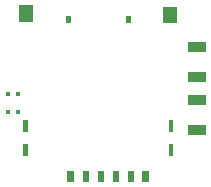
<source format=gbp>
G04 #@! TF.FileFunction,Paste,Bot*
%FSLAX46Y46*%
G04 Gerber Fmt 4.6, Leading zero omitted, Abs format (unit mm)*
G04 Created by KiCad (PCBNEW 4.0.7) date 2018. April 04., Wednesday 12:16:15*
%MOMM*%
%LPD*%
G01*
G04 APERTURE LIST*
%ADD10C,0.150000*%
%ADD11R,1.599184X0.959104*%
G04 APERTURE END LIST*
D10*
D11*
X4599020Y-1016750D03*
X4599020Y1000010D03*
X4599020Y-3516110D03*
X4599020Y3484130D03*
D10*
G36*
X-712724Y-7889748D02*
X-1232916Y-7889748D01*
X-1232916Y-6969252D01*
X-712724Y-6969252D01*
X-712724Y-7889748D01*
X-712724Y-7889748D01*
G37*
G36*
X536956Y-7889748D02*
X16764Y-7889748D01*
X16764Y-6969252D01*
X536956Y-6969252D01*
X536956Y-7889748D01*
X536956Y-7889748D01*
G37*
G36*
X-1987804Y-7889748D02*
X-2507996Y-7889748D01*
X-2507996Y-6969252D01*
X-1987804Y-6969252D01*
X-1987804Y-7889748D01*
X-1987804Y-7889748D01*
G37*
G36*
X-3262884Y-7889748D02*
X-3783076Y-7889748D01*
X-3783076Y-6969252D01*
X-3262884Y-6969252D01*
X-3262884Y-7889748D01*
X-3262884Y-7889748D01*
G37*
G36*
X-4537964Y-7889748D02*
X-5058156Y-7889748D01*
X-5058156Y-6969252D01*
X-4537964Y-6969252D01*
X-4537964Y-7889748D01*
X-4537964Y-7889748D01*
G37*
G36*
X-5813044Y-7889748D02*
X-6333236Y-7889748D01*
X-6333236Y-6969252D01*
X-5813044Y-6969252D01*
X-5813044Y-7889748D01*
X-5813044Y-7889748D01*
G37*
G36*
X2580132Y-5724652D02*
X2220468Y-5724652D01*
X2220468Y-4684268D01*
X2580132Y-4684268D01*
X2580132Y-5724652D01*
X2580132Y-5724652D01*
G37*
G36*
X2580132Y-3723132D02*
X2220468Y-3723132D01*
X2220468Y-2682748D01*
X2580132Y-2682748D01*
X2580132Y-3723132D01*
X2580132Y-3723132D01*
G37*
G36*
X-9718548Y-3723132D02*
X-10078212Y-3723132D01*
X-10078212Y-2682748D01*
X-9718548Y-2682748D01*
X-9718548Y-3723132D01*
X-9718548Y-3723132D01*
G37*
G36*
X-9718548Y-5724652D02*
X-10078212Y-5724652D01*
X-10078212Y-4684268D01*
X-9718548Y-4684268D01*
X-9718548Y-5724652D01*
X-9718548Y-5724652D01*
G37*
G36*
X2911856Y5566156D02*
X1792224Y5566156D01*
X1792224Y6925564D01*
X2911856Y6925564D01*
X2911856Y5566156D01*
X2911856Y5566156D01*
G37*
G36*
X-9287764Y5667756D02*
X-10407396Y5667756D01*
X-10407396Y7027164D01*
X-9287764Y7027164D01*
X-9287764Y5667756D01*
X-9287764Y5667756D01*
G37*
G36*
X-931672Y5527040D02*
X-1364488Y5527040D01*
X-1364488Y6167120D01*
X-931672Y6167120D01*
X-931672Y5527040D01*
X-931672Y5527040D01*
G37*
G36*
X-6031992Y5527040D02*
X-6464808Y5527040D01*
X-6464808Y6167120D01*
X-6031992Y6167120D01*
X-6031992Y5527040D01*
X-6031992Y5527040D01*
G37*
G36*
X-11546232Y-1795348D02*
X-11186568Y-1795348D01*
X-11186568Y-2195652D01*
X-11546232Y-2195652D01*
X-11546232Y-1795348D01*
X-11546232Y-1795348D01*
G37*
G36*
X-11546232Y-271348D02*
X-11186568Y-271348D01*
X-11186568Y-671652D01*
X-11546232Y-671652D01*
X-11546232Y-271348D01*
X-11546232Y-271348D01*
G37*
G36*
X-10733432Y-1795348D02*
X-10373768Y-1795348D01*
X-10373768Y-2195652D01*
X-10733432Y-2195652D01*
X-10733432Y-1795348D01*
X-10733432Y-1795348D01*
G37*
G36*
X-10733432Y-271348D02*
X-10373768Y-271348D01*
X-10373768Y-671652D01*
X-10733432Y-671652D01*
X-10733432Y-271348D01*
X-10733432Y-271348D01*
G37*
M02*

</source>
